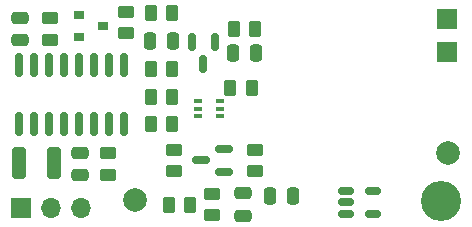
<source format=gbs>
G04 #@! TF.GenerationSoftware,KiCad,Pcbnew,5.99.0-unknown-50e22de3ba~95~ubuntu20.04.1*
G04 #@! TF.CreationDate,2021-01-20T12:46:09+09:00*
G04 #@! TF.ProjectId,OpenRover-4,4f70656e-526f-4766-9572-2d342e6b6963,rev?*
G04 #@! TF.SameCoordinates,Original*
G04 #@! TF.FileFunction,Soldermask,Bot*
G04 #@! TF.FilePolarity,Negative*
%FSLAX46Y46*%
G04 Gerber Fmt 4.6, Leading zero omitted, Abs format (unit mm)*
G04 Created by KiCad (PCBNEW 5.99.0-unknown-50e22de3ba~95~ubuntu20.04.1) date 2021-01-20 12:46:09*
%MOMM*%
%LPD*%
G01*
G04 APERTURE LIST*
G04 Aperture macros list*
%AMRoundRect*
0 Rectangle with rounded corners*
0 $1 Rounding radius*
0 $2 $3 $4 $5 $6 $7 $8 $9 X,Y pos of 4 corners*
0 Add a 4 corners polygon primitive as box body*
4,1,4,$2,$3,$4,$5,$6,$7,$8,$9,$2,$3,0*
0 Add four circle primitives for the rounded corners*
1,1,$1+$1,$2,$3*
1,1,$1+$1,$4,$5*
1,1,$1+$1,$6,$7*
1,1,$1+$1,$8,$9*
0 Add four rect primitives between the rounded corners*
20,1,$1+$1,$2,$3,$4,$5,0*
20,1,$1+$1,$4,$5,$6,$7,0*
20,1,$1+$1,$6,$7,$8,$9,0*
20,1,$1+$1,$8,$9,$2,$3,0*%
G04 Aperture macros list end*
%ADD10C,2.000000*%
%ADD11C,3.400000*%
%ADD12R,1.700000X1.700000*%
%ADD13O,1.700000X1.700000*%
%ADD14RoundRect,0.250000X-0.262500X-0.450000X0.262500X-0.450000X0.262500X0.450000X-0.262500X0.450000X0*%
%ADD15RoundRect,0.250000X0.450000X-0.262500X0.450000X0.262500X-0.450000X0.262500X-0.450000X-0.262500X0*%
%ADD16R,0.650000X0.400000*%
%ADD17RoundRect,0.250000X-0.475000X0.250000X-0.475000X-0.250000X0.475000X-0.250000X0.475000X0.250000X0*%
%ADD18RoundRect,0.250000X-0.250000X-0.475000X0.250000X-0.475000X0.250000X0.475000X-0.250000X0.475000X0*%
%ADD19RoundRect,0.150000X-0.512500X-0.150000X0.512500X-0.150000X0.512500X0.150000X-0.512500X0.150000X0*%
%ADD20RoundRect,0.250000X0.475000X-0.250000X0.475000X0.250000X-0.475000X0.250000X-0.475000X-0.250000X0*%
%ADD21RoundRect,0.150000X-0.150000X0.587500X-0.150000X-0.587500X0.150000X-0.587500X0.150000X0.587500X0*%
%ADD22RoundRect,0.250000X0.262500X0.450000X-0.262500X0.450000X-0.262500X-0.450000X0.262500X-0.450000X0*%
%ADD23RoundRect,0.150000X-0.150000X0.825000X-0.150000X-0.825000X0.150000X-0.825000X0.150000X0.825000X0*%
%ADD24R,0.900000X0.800000*%
%ADD25RoundRect,0.250000X0.250000X0.475000X-0.250000X0.475000X-0.250000X-0.475000X0.250000X-0.475000X0*%
%ADD26RoundRect,0.150000X0.587500X0.150000X-0.587500X0.150000X-0.587500X-0.150000X0.587500X-0.150000X0*%
%ADD27RoundRect,0.250000X-0.325000X-1.100000X0.325000X-1.100000X0.325000X1.100000X-0.325000X1.100000X0*%
%ADD28RoundRect,0.250000X-0.450000X0.262500X-0.450000X-0.262500X0.450000X-0.262500X0.450000X0.262500X0*%
G04 APERTURE END LIST*
D10*
X164700000Y-70530000D03*
D11*
X164140000Y-74580000D03*
D10*
X138176000Y-74500000D03*
D12*
X164620000Y-59166000D03*
X128590000Y-75169500D03*
D13*
X131130000Y-75169500D03*
X133670000Y-75169500D03*
D12*
X164620000Y-61960000D03*
D14*
X141073500Y-74930000D03*
X142898500Y-74930000D03*
D15*
X135946000Y-72334000D03*
X135946000Y-70509000D03*
D16*
X145450000Y-66100000D03*
X145450000Y-66750000D03*
X145450000Y-67400000D03*
X143550000Y-67400000D03*
X143550000Y-66750000D03*
X143550000Y-66100000D03*
D14*
X139549500Y-65737500D03*
X141374500Y-65737500D03*
D17*
X133570000Y-70491500D03*
X133570000Y-72391500D03*
D18*
X146550000Y-62000000D03*
X148450000Y-62000000D03*
D15*
X131000000Y-60912500D03*
X131000000Y-59087500D03*
X144765000Y-75764000D03*
X144765000Y-73939000D03*
D19*
X156112500Y-75626000D03*
X156112500Y-74676000D03*
X156112500Y-73726000D03*
X158387500Y-73726000D03*
X158387500Y-75626000D03*
D20*
X147320000Y-75801500D03*
X147320000Y-73901500D03*
D15*
X148336000Y-72032500D03*
X148336000Y-70207500D03*
D21*
X143050000Y-61062500D03*
X144950000Y-61062500D03*
X144000000Y-62937500D03*
D22*
X141374500Y-63403000D03*
X139549500Y-63403000D03*
D18*
X149672000Y-74168000D03*
X151572000Y-74168000D03*
D22*
X148092500Y-64960000D03*
X146267500Y-64960000D03*
D15*
X137414000Y-60348500D03*
X137414000Y-58523500D03*
D14*
X139549500Y-58674000D03*
X141374500Y-58674000D03*
D23*
X128397000Y-63057000D03*
X129667000Y-63057000D03*
X130937000Y-63057000D03*
X132207000Y-63057000D03*
X133477000Y-63057000D03*
X134747000Y-63057000D03*
X136017000Y-63057000D03*
X137287000Y-63057000D03*
X137287000Y-68007000D03*
X136017000Y-68007000D03*
X134747000Y-68007000D03*
X133477000Y-68007000D03*
X132207000Y-68007000D03*
X130937000Y-68007000D03*
X129667000Y-68007000D03*
X128397000Y-68007000D03*
D24*
X133510000Y-58800000D03*
X135510000Y-59750000D03*
X133510000Y-60700000D03*
D14*
X146587500Y-60000000D03*
X148412500Y-60000000D03*
D25*
X141412000Y-61038500D03*
X139512000Y-61038500D03*
D26*
X145717500Y-70170000D03*
X145717500Y-72070000D03*
X143842500Y-71120000D03*
D22*
X141374500Y-68072000D03*
X139549500Y-68072000D03*
D27*
X128368000Y-71341500D03*
X131318000Y-71341500D03*
D28*
X141478000Y-70207500D03*
X141478000Y-72032500D03*
D17*
X128500000Y-59050000D03*
X128500000Y-60950000D03*
M02*

</source>
